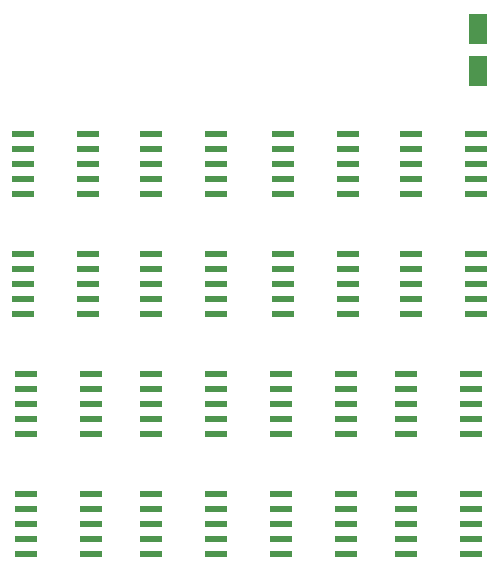
<source format=gbr>
%TF.GenerationSoftware,KiCad,Pcbnew,(6.0.1)*%
%TF.CreationDate,2022-01-30T19:22:39-07:00*%
%TF.ProjectId,Bondwell1MB,426f6e64-7765-46c6-9c31-4d422e6b6963,rev?*%
%TF.SameCoordinates,Original*%
%TF.FileFunction,Paste,Top*%
%TF.FilePolarity,Positive*%
%FSLAX46Y46*%
G04 Gerber Fmt 4.6, Leading zero omitted, Abs format (unit mm)*
G04 Created by KiCad (PCBNEW (6.0.1)) date 2022-01-30 19:22:39*
%MOMM*%
%LPD*%
G01*
G04 APERTURE LIST*
G04 Aperture macros list*
%AMRoundRect*
0 Rectangle with rounded corners*
0 $1 Rounding radius*
0 $2 $3 $4 $5 $6 $7 $8 $9 X,Y pos of 4 corners*
0 Add a 4 corners polygon primitive as box body*
4,1,4,$2,$3,$4,$5,$6,$7,$8,$9,$2,$3,0*
0 Add four circle primitives for the rounded corners*
1,1,$1+$1,$2,$3*
1,1,$1+$1,$4,$5*
1,1,$1+$1,$6,$7*
1,1,$1+$1,$8,$9*
0 Add four rect primitives between the rounded corners*
20,1,$1+$1,$2,$3,$4,$5,0*
20,1,$1+$1,$4,$5,$6,$7,0*
20,1,$1+$1,$6,$7,$8,$9,0*
20,1,$1+$1,$8,$9,$2,$3,0*%
G04 Aperture macros list end*
%ADD10RoundRect,0.250000X0.550000X-1.050000X0.550000X1.050000X-0.550000X1.050000X-0.550000X-1.050000X0*%
%ADD11R,1.900000X0.600000*%
G04 APERTURE END LIST*
D10*
%TO.C,C10*%
X118110000Y-86150000D03*
X118110000Y-82550000D03*
%TD*%
D11*
%TO.C,U6*%
X117895000Y-106680000D03*
X117895000Y-105410000D03*
X117895000Y-104140000D03*
X117895000Y-102870000D03*
X117895000Y-101600000D03*
X117895000Y-96520000D03*
X117895000Y-95250000D03*
X117895000Y-93980000D03*
X117895000Y-92710000D03*
X117895000Y-91440000D03*
X112395000Y-91440000D03*
X112395000Y-92710000D03*
X112395000Y-93980000D03*
X112395000Y-95250000D03*
X112395000Y-96520000D03*
X112395000Y-101600000D03*
X112395000Y-102870000D03*
X112395000Y-104140000D03*
X112395000Y-105410000D03*
X112395000Y-106680000D03*
%TD*%
%TO.C,U1*%
X117475000Y-127000000D03*
X117475000Y-125730000D03*
X117475000Y-124460000D03*
X117475000Y-123190000D03*
X117475000Y-121920000D03*
X117475000Y-116840000D03*
X117475000Y-115570000D03*
X117475000Y-114300000D03*
X117475000Y-113030000D03*
X117475000Y-111760000D03*
X111975000Y-111760000D03*
X111975000Y-113030000D03*
X111975000Y-114300000D03*
X111975000Y-115570000D03*
X111975000Y-116840000D03*
X111975000Y-121920000D03*
X111975000Y-123190000D03*
X111975000Y-124460000D03*
X111975000Y-125730000D03*
X111975000Y-127000000D03*
%TD*%
%TO.C,U3*%
X95885000Y-127000000D03*
X95885000Y-125730000D03*
X95885000Y-124460000D03*
X95885000Y-123190000D03*
X95885000Y-121920000D03*
X95885000Y-116840000D03*
X95885000Y-115570000D03*
X95885000Y-114300000D03*
X95885000Y-113030000D03*
X95885000Y-111760000D03*
X90385000Y-111760000D03*
X90385000Y-113030000D03*
X90385000Y-114300000D03*
X90385000Y-115570000D03*
X90385000Y-116840000D03*
X90385000Y-121920000D03*
X90385000Y-123190000D03*
X90385000Y-124460000D03*
X90385000Y-125730000D03*
X90385000Y-127000000D03*
%TD*%
%TO.C,U7*%
X107100000Y-106680000D03*
X107100000Y-105410000D03*
X107100000Y-104140000D03*
X107100000Y-102870000D03*
X107100000Y-101600000D03*
X107100000Y-96520000D03*
X107100000Y-95250000D03*
X107100000Y-93980000D03*
X107100000Y-92710000D03*
X107100000Y-91440000D03*
X101600000Y-91440000D03*
X101600000Y-92710000D03*
X101600000Y-93980000D03*
X101600000Y-95250000D03*
X101600000Y-96520000D03*
X101600000Y-101600000D03*
X101600000Y-102870000D03*
X101600000Y-104140000D03*
X101600000Y-105410000D03*
X101600000Y-106680000D03*
%TD*%
%TO.C,U9*%
X85090000Y-106680000D03*
X85090000Y-105410000D03*
X85090000Y-104140000D03*
X85090000Y-102870000D03*
X85090000Y-101600000D03*
X85090000Y-96520000D03*
X85090000Y-95250000D03*
X85090000Y-93980000D03*
X85090000Y-92710000D03*
X85090000Y-91440000D03*
X79590000Y-91440000D03*
X79590000Y-92710000D03*
X79590000Y-93980000D03*
X79590000Y-95250000D03*
X79590000Y-96520000D03*
X79590000Y-101600000D03*
X79590000Y-102870000D03*
X79590000Y-104140000D03*
X79590000Y-105410000D03*
X79590000Y-106680000D03*
%TD*%
%TO.C,U2*%
X106890000Y-127000000D03*
X106890000Y-125730000D03*
X106890000Y-124460000D03*
X106890000Y-123190000D03*
X106890000Y-121920000D03*
X106890000Y-116840000D03*
X106890000Y-115570000D03*
X106890000Y-114300000D03*
X106890000Y-113030000D03*
X106890000Y-111760000D03*
X101390000Y-111760000D03*
X101390000Y-113030000D03*
X101390000Y-114300000D03*
X101390000Y-115570000D03*
X101390000Y-116840000D03*
X101390000Y-121920000D03*
X101390000Y-123190000D03*
X101390000Y-124460000D03*
X101390000Y-125730000D03*
X101390000Y-127000000D03*
%TD*%
%TO.C,U4*%
X85300000Y-127000000D03*
X85300000Y-125730000D03*
X85300000Y-124460000D03*
X85300000Y-123190000D03*
X85300000Y-121920000D03*
X85300000Y-116840000D03*
X85300000Y-115570000D03*
X85300000Y-114300000D03*
X85300000Y-113030000D03*
X85300000Y-111760000D03*
X79800000Y-111760000D03*
X79800000Y-113030000D03*
X79800000Y-114300000D03*
X79800000Y-115570000D03*
X79800000Y-116840000D03*
X79800000Y-121920000D03*
X79800000Y-123190000D03*
X79800000Y-124460000D03*
X79800000Y-125730000D03*
X79800000Y-127000000D03*
%TD*%
%TO.C,U8*%
X95885000Y-106680000D03*
X95885000Y-105410000D03*
X95885000Y-104140000D03*
X95885000Y-102870000D03*
X95885000Y-101600000D03*
X95885000Y-96520000D03*
X95885000Y-95250000D03*
X95885000Y-93980000D03*
X95885000Y-92710000D03*
X95885000Y-91440000D03*
X90385000Y-91440000D03*
X90385000Y-92710000D03*
X90385000Y-93980000D03*
X90385000Y-95250000D03*
X90385000Y-96520000D03*
X90385000Y-101600000D03*
X90385000Y-102870000D03*
X90385000Y-104140000D03*
X90385000Y-105410000D03*
X90385000Y-106680000D03*
%TD*%
M02*

</source>
